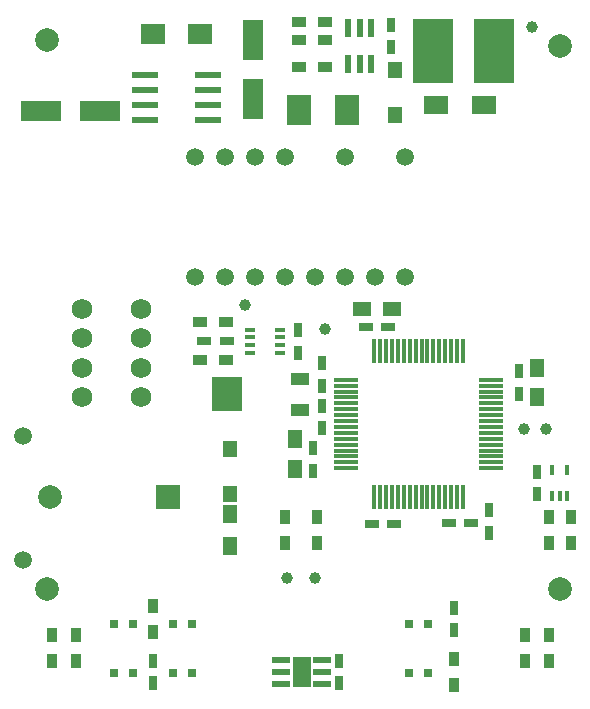
<source format=gbr>
G04 #@! TF.GenerationSoftware,KiCad,Pcbnew,5.0.0-rc2-dev-unknown-c8a7840~64~ubuntu18.04.1*
G04 #@! TF.CreationDate,2018-05-01T16:30:53+02:00*
G04 #@! TF.ProjectId,can-node,63616E2D6E6F64652E6B696361645F70,1.1*
G04 #@! TF.SameCoordinates,Original*
G04 #@! TF.FileFunction,Soldermask,Top*
G04 #@! TF.FilePolarity,Negative*
%FSLAX46Y46*%
G04 Gerber Fmt 4.6, Leading zero omitted, Abs format (unit mm)*
G04 Created by KiCad (PCBNEW 5.0.0-rc2-dev-unknown-c8a7840~64~ubuntu18.04.1) date Tue May  1 16:30:53 2018*
%MOMM*%
%LPD*%
G01*
G04 APERTURE LIST*
%ADD10C,2.000000*%
%ADD11R,1.500000X0.500000*%
%ADD12R,1.600000X2.500000*%
%ADD13C,0.600000*%
%ADD14R,1.200000X0.750000*%
%ADD15C,1.750000*%
%ADD16C,1.500000*%
%ADD17R,1.200000X0.900000*%
%ADD18R,2.000000X2.500000*%
%ADD19R,2.200000X0.600000*%
%ADD20R,2.500000X3.000000*%
%ADD21R,1.600000X1.000000*%
%ADD22C,1.000000*%
%ADD23R,0.800000X0.800000*%
%ADD24R,2.000000X2.000000*%
%ADD25R,2.000000X1.600000*%
%ADD26R,0.750000X1.200000*%
%ADD27R,1.250000X1.500000*%
%ADD28R,1.500000X1.250000*%
%ADD29R,3.500000X1.800000*%
%ADD30R,1.800000X3.500000*%
%ADD31R,0.900000X1.200000*%
%ADD32R,3.500000X5.500000*%
%ADD33R,2.000000X1.700000*%
%ADD34R,1.300000X1.500000*%
%ADD35R,0.400000X0.900000*%
%ADD36R,0.900000X0.450000*%
%ADD37R,1.200000X1.400000*%
%ADD38R,0.600000X1.500000*%
%ADD39R,2.000000X0.300000*%
%ADD40R,0.300000X2.000000*%
G04 APERTURE END LIST*
D10*
X167000000Y-115000000D03*
X123500000Y-115000000D03*
X167000000Y-69000000D03*
X123500000Y-68500000D03*
D11*
X143350000Y-121000000D03*
X143350000Y-122000000D03*
X143350000Y-123000000D03*
X146850000Y-121000000D03*
X146850000Y-122000000D03*
X146850000Y-123000000D03*
D12*
X145100000Y-122000000D03*
D13*
X145500000Y-121150000D03*
X145500000Y-122850000D03*
X145500000Y-122000000D03*
X144700000Y-121150000D03*
X144700000Y-122850000D03*
X144700000Y-122000000D03*
D14*
X152950000Y-109450000D03*
X151050000Y-109450000D03*
D15*
X131500000Y-98750000D03*
X131500000Y-96250000D03*
X131500000Y-93750000D03*
X131500000Y-91250000D03*
X126500000Y-98750000D03*
X126500000Y-96250000D03*
X126500000Y-93750000D03*
X126500000Y-91250000D03*
D16*
X136110000Y-78420000D03*
X138650000Y-78420000D03*
X141190000Y-78420000D03*
X143730000Y-78420000D03*
X148810000Y-78420000D03*
X153890000Y-78420000D03*
X153890000Y-88580000D03*
X151350000Y-88580000D03*
X148810000Y-88580000D03*
X146270000Y-88580000D03*
X143730000Y-88580000D03*
X141190000Y-88580000D03*
X138650000Y-88580000D03*
X136110000Y-88580000D03*
D17*
X144900000Y-67000000D03*
X147100000Y-67000000D03*
D18*
X148900000Y-74400000D03*
X144900000Y-74400000D03*
D19*
X137200000Y-71460000D03*
X131800000Y-71460000D03*
X137200000Y-72730000D03*
X131800000Y-72730000D03*
X137200000Y-74000000D03*
X131800000Y-74000000D03*
X137200000Y-75270000D03*
X131800000Y-75270000D03*
D20*
X138750000Y-98500000D03*
D21*
X145000000Y-99800000D03*
X145000000Y-97200000D03*
D22*
X146200000Y-114000000D03*
X143900000Y-114000000D03*
X147100000Y-92950000D03*
X140300000Y-90900000D03*
D16*
X121500000Y-112500000D03*
D23*
X129200000Y-117900000D03*
X130800000Y-122100000D03*
X130800000Y-117900000D03*
X129200000Y-122100000D03*
D16*
X121500000Y-102000000D03*
D10*
X123800000Y-107200000D03*
D24*
X133800000Y-107200000D03*
D25*
X156500000Y-74000000D03*
X160500000Y-74000000D03*
D26*
X146800000Y-95850000D03*
X146800000Y-97750000D03*
X146800000Y-99450000D03*
X146800000Y-101350000D03*
D27*
X144500000Y-104800000D03*
X144500000Y-102300000D03*
D26*
X165000000Y-106950000D03*
X165000000Y-105050000D03*
X146100000Y-103050000D03*
X146100000Y-104950000D03*
X161000000Y-110200000D03*
X161000000Y-108300000D03*
D27*
X165000000Y-96250000D03*
X165000000Y-98750000D03*
D26*
X163500000Y-96550000D03*
X163500000Y-98450000D03*
D14*
X150550000Y-92800000D03*
X152450000Y-92800000D03*
X159450000Y-109400000D03*
X157550000Y-109400000D03*
D26*
X132500000Y-121050000D03*
X132500000Y-122950000D03*
D28*
X152750000Y-91250000D03*
X150250000Y-91250000D03*
D26*
X158000000Y-116550000D03*
X158000000Y-118450000D03*
X148300000Y-121050000D03*
X148300000Y-122950000D03*
X144800000Y-94950000D03*
X144800000Y-93050000D03*
D14*
X136850000Y-94000000D03*
X138750000Y-94000000D03*
D29*
X123000000Y-74500000D03*
X128000000Y-74500000D03*
D30*
X141000000Y-73500000D03*
X141000000Y-68500000D03*
D31*
X124000000Y-121100000D03*
X124000000Y-118900000D03*
X166000000Y-118900000D03*
X166000000Y-121100000D03*
D32*
X156200000Y-69400000D03*
X161400000Y-69400000D03*
D33*
X132500000Y-68000000D03*
X136500000Y-68000000D03*
D17*
X144900000Y-70800000D03*
X147100000Y-70800000D03*
X144900000Y-68500000D03*
X147100000Y-68500000D03*
D31*
X166000000Y-108900000D03*
X166000000Y-111100000D03*
X167900000Y-111100000D03*
X167900000Y-108900000D03*
X126000000Y-121100000D03*
X126000000Y-118900000D03*
X164000000Y-121100000D03*
X164000000Y-118900000D03*
X132500000Y-118600000D03*
X132500000Y-116400000D03*
X143700000Y-111100000D03*
X143700000Y-108900000D03*
X146400000Y-108900000D03*
X146400000Y-111100000D03*
X158000000Y-120900000D03*
X158000000Y-123100000D03*
D17*
X136500000Y-95600000D03*
X138700000Y-95600000D03*
X136500000Y-92400000D03*
X138700000Y-92400000D03*
D34*
X139000000Y-111350000D03*
X139000000Y-108650000D03*
D23*
X135800000Y-122100000D03*
X134200000Y-117900000D03*
X134200000Y-122100000D03*
X135800000Y-117900000D03*
X155800000Y-117900000D03*
X154200000Y-122100000D03*
X154200000Y-117900000D03*
X155800000Y-122100000D03*
D35*
X166300000Y-104900000D03*
X166300000Y-107100000D03*
X166950000Y-107100000D03*
X167600000Y-104900000D03*
X167600000Y-107100000D03*
D36*
X140700000Y-94975000D03*
X143300000Y-94975000D03*
X140700000Y-94325000D03*
X143300000Y-94325000D03*
X140700000Y-93675000D03*
X143300000Y-93675000D03*
X140700000Y-93025000D03*
X143300000Y-93025000D03*
D37*
X153000000Y-74800000D03*
X153000000Y-71000000D03*
X139000000Y-106900000D03*
X139000000Y-103100000D03*
D38*
X150950000Y-67450000D03*
X150000000Y-67450000D03*
X149050000Y-67450000D03*
X150950000Y-70550000D03*
X150000000Y-70550000D03*
X149050000Y-70550000D03*
D26*
X152700000Y-67200000D03*
X152700000Y-69100000D03*
D39*
X148850000Y-97250000D03*
X148850000Y-97750000D03*
X148850000Y-98250000D03*
X148850000Y-98750000D03*
X148850000Y-99250000D03*
X148850000Y-99750000D03*
X148850000Y-100250000D03*
X148850000Y-100750000D03*
X148850000Y-101250000D03*
X148850000Y-101750000D03*
X148850000Y-102250000D03*
X148850000Y-102750000D03*
X148850000Y-103250000D03*
X148850000Y-103750000D03*
X148850000Y-104250000D03*
X148850000Y-104750000D03*
D40*
X151250000Y-107150000D03*
X151750000Y-107150000D03*
X152250000Y-107150000D03*
X152750000Y-107150000D03*
X153250000Y-107150000D03*
X153750000Y-107150000D03*
X154250000Y-107150000D03*
X154750000Y-107150000D03*
X155250000Y-107150000D03*
X155750000Y-107150000D03*
X156250000Y-107150000D03*
X156750000Y-107150000D03*
X157250000Y-107150000D03*
X157750000Y-107150000D03*
X158250000Y-107150000D03*
X158750000Y-107150000D03*
D39*
X161150000Y-104750000D03*
X161150000Y-104250000D03*
X161150000Y-103750000D03*
X161150000Y-103250000D03*
X161150000Y-102750000D03*
X161150000Y-102250000D03*
X161150000Y-101750000D03*
X161150000Y-101250000D03*
X161150000Y-100750000D03*
X161150000Y-100250000D03*
X161150000Y-99750000D03*
X161150000Y-99250000D03*
X161150000Y-98750000D03*
X161150000Y-98250000D03*
X161150000Y-97750000D03*
X161150000Y-97250000D03*
D40*
X158750000Y-94850000D03*
X158250000Y-94850000D03*
X157750000Y-94850000D03*
X157250000Y-94850000D03*
X156750000Y-94850000D03*
X156250000Y-94850000D03*
X155750000Y-94850000D03*
X155250000Y-94850000D03*
X154750000Y-94850000D03*
X154250000Y-94850000D03*
X153750000Y-94850000D03*
X153250000Y-94850000D03*
X152750000Y-94850000D03*
X152250000Y-94850000D03*
X151750000Y-94850000D03*
X151250000Y-94850000D03*
D22*
X165800000Y-101400000D03*
X163900000Y-101400000D03*
X164600000Y-67400000D03*
M02*

</source>
